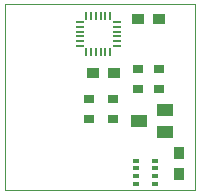
<source format=gtp>
G04 Layer_Color=8421504*
%FSLAX25Y25*%
%MOIN*%
G70*
G01*
G75*
%ADD10R,0.01969X0.01378*%
%ADD11O,0.00787X0.02756*%
%ADD12O,0.02756X0.00787*%
%ADD13R,0.03543X0.03150*%
%ADD14R,0.04000X0.03800*%
%ADD15R,0.05512X0.03937*%
%ADD16R,0.03800X0.04000*%
%ADD20C,0.00100*%
D10*
X37850Y2839D02*
D03*
Y280D02*
D03*
Y-2279D02*
D03*
Y-4839D02*
D03*
X44150D02*
D03*
Y-2279D02*
D03*
Y280D02*
D03*
Y2839D02*
D03*
D11*
X21165Y51165D02*
D03*
X22740D02*
D03*
X24315D02*
D03*
X25890D02*
D03*
X27465D02*
D03*
X29039D02*
D03*
Y38961D02*
D03*
X27465D02*
D03*
X25890D02*
D03*
X24315D02*
D03*
X22740D02*
D03*
X21165D02*
D03*
D12*
X31205Y49000D02*
D03*
Y47425D02*
D03*
Y45850D02*
D03*
Y44276D02*
D03*
Y42701D02*
D03*
Y41126D02*
D03*
X19000D02*
D03*
Y42701D02*
D03*
Y44276D02*
D03*
Y45850D02*
D03*
Y47425D02*
D03*
Y49000D02*
D03*
D13*
X45500Y33347D02*
D03*
Y26654D02*
D03*
X38500Y33347D02*
D03*
Y26654D02*
D03*
X30000Y23347D02*
D03*
Y16654D02*
D03*
X22000Y23347D02*
D03*
Y16654D02*
D03*
D14*
X23500Y32000D02*
D03*
X30500D02*
D03*
X38500Y50000D02*
D03*
X45500D02*
D03*
D15*
X47331Y12260D02*
D03*
Y19740D02*
D03*
X38669Y16000D02*
D03*
D16*
X52000Y-1500D02*
D03*
Y5500D02*
D03*
D20*
X-6000Y-7000D02*
Y55000D01*
X57500D01*
X-6000Y-7000D02*
X57500D01*
Y55000D01*
M02*

</source>
